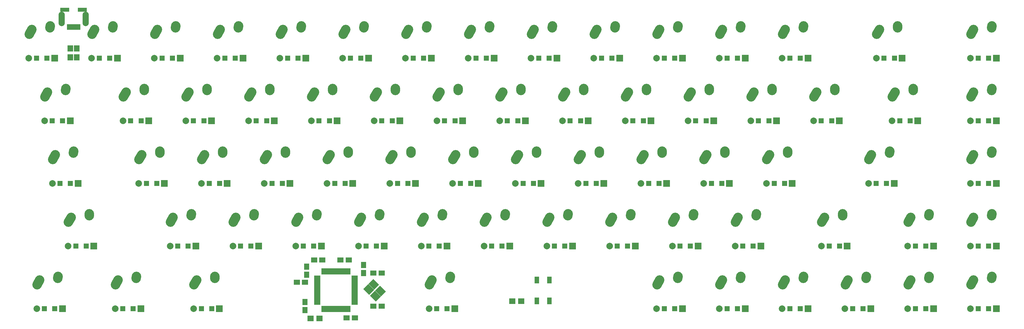
<source format=gbs>
G04 #@! TF.FileFunction,Soldermask,Bot*
%FSLAX46Y46*%
G04 Gerber Fmt 4.6, Leading zero omitted, Abs format (unit mm)*
G04 Created by KiCad (PCBNEW 4.0.7) date 01/28/18 20:53:29*
%MOMM*%
%LPD*%
G01*
G04 APERTURE LIST*
%ADD10C,0.100000*%
%ADD11R,0.950000X1.900000*%
%ADD12R,1.900000X0.950000*%
%ADD13C,2.900000*%
%ADD14R,1.650000X1.900000*%
%ADD15R,1.900000X1.650000*%
%ADD16R,1.600000X1.600000*%
%ADD17R,2.000000X2.000000*%
%ADD18C,2.000000*%
%ADD19R,2.750000X1.200000*%
%ADD20R,0.900000X1.800000*%
%ADD21O,1.900000X4.400000*%
%ADD22R,1.900000X1.700000*%
%ADD23R,1.700000X1.900000*%
%ADD24R,1.400000X2.100000*%
G04 APERTURE END LIST*
D10*
D11*
X173382500Y-112455000D03*
X174182500Y-112455000D03*
X174982500Y-112455000D03*
X175782500Y-112455000D03*
X176582500Y-112455000D03*
X177382500Y-112455000D03*
X178182500Y-112455000D03*
X178982500Y-112455000D03*
X179782500Y-112455000D03*
X180582500Y-112455000D03*
X181382500Y-112455000D03*
D12*
X183082500Y-114155000D03*
X183082500Y-114955000D03*
X183082500Y-115755000D03*
X183082500Y-116555000D03*
X183082500Y-117355000D03*
X183082500Y-118155000D03*
X183082500Y-118955000D03*
X183082500Y-119755000D03*
X183082500Y-120555000D03*
X183082500Y-121355000D03*
X183082500Y-122155000D03*
D11*
X181382500Y-123855000D03*
X180582500Y-123855000D03*
X179782500Y-123855000D03*
X178982500Y-123855000D03*
X178182500Y-123855000D03*
X177382500Y-123855000D03*
X176582500Y-123855000D03*
X175782500Y-123855000D03*
X174982500Y-123855000D03*
X174182500Y-123855000D03*
X173382500Y-123855000D03*
D12*
X171682500Y-122155000D03*
X171682500Y-121355000D03*
X171682500Y-120555000D03*
X171682500Y-119755000D03*
X171682500Y-118955000D03*
X171682500Y-118155000D03*
X171682500Y-117355000D03*
X171682500Y-116555000D03*
X171682500Y-115755000D03*
X171682500Y-114955000D03*
X171682500Y-114155000D03*
D13*
X104156703Y-38862546D02*
X103345797Y-40322454D01*
X109695974Y-37783172D02*
X109656526Y-38361828D01*
D14*
X185750000Y-113000000D03*
X185750000Y-110500000D03*
X168000000Y-124250000D03*
X168000000Y-121750000D03*
D15*
X180625000Y-126625000D03*
X183125000Y-126625000D03*
D14*
X168500000Y-111000000D03*
X168500000Y-113500000D03*
D15*
X173250000Y-109000000D03*
X170750000Y-109000000D03*
X188750000Y-123000000D03*
X191250000Y-123000000D03*
X191250000Y-113000000D03*
X188750000Y-113000000D03*
X178750000Y-109000000D03*
X181250000Y-109000000D03*
X165500000Y-115750000D03*
X168000000Y-115750000D03*
D16*
X86531250Y-47625000D03*
X89681250Y-47625000D03*
D17*
X92006250Y-47625000D03*
D18*
X84206250Y-47625000D03*
D16*
X91293750Y-66675000D03*
X94443750Y-66675000D03*
D17*
X96768750Y-66675000D03*
D18*
X88968750Y-66675000D03*
D16*
X93675000Y-85725000D03*
X96825000Y-85725000D03*
D17*
X99150000Y-85725000D03*
D18*
X91350000Y-85725000D03*
D16*
X98437500Y-104775000D03*
X101587500Y-104775000D03*
D17*
X103912500Y-104775000D03*
D18*
X96112500Y-104775000D03*
D16*
X88912500Y-123825000D03*
X92062500Y-123825000D03*
D17*
X94387500Y-123825000D03*
D18*
X86587500Y-123825000D03*
D16*
X105581250Y-47625000D03*
X108731250Y-47625000D03*
D17*
X111056250Y-47625000D03*
D18*
X103256250Y-47625000D03*
D16*
X115106250Y-66675000D03*
X118256250Y-66675000D03*
D17*
X120581250Y-66675000D03*
D18*
X112781250Y-66675000D03*
D16*
X119868750Y-85725000D03*
X123018750Y-85725000D03*
D17*
X125343750Y-85725000D03*
D18*
X117543750Y-85725000D03*
D16*
X129393750Y-104775000D03*
X132543750Y-104775000D03*
D17*
X134868750Y-104775000D03*
D18*
X127068750Y-104775000D03*
D16*
X112725000Y-123825000D03*
X115875000Y-123825000D03*
D17*
X118200000Y-123825000D03*
D18*
X110400000Y-123825000D03*
D16*
X136537500Y-123825000D03*
X139687500Y-123825000D03*
D17*
X142012500Y-123825000D03*
D18*
X134212500Y-123825000D03*
D16*
X124631250Y-47625000D03*
X127781250Y-47625000D03*
D17*
X130106250Y-47625000D03*
D18*
X122306250Y-47625000D03*
D16*
X134156250Y-66675000D03*
X137306250Y-66675000D03*
D17*
X139631250Y-66675000D03*
D18*
X131831250Y-66675000D03*
D16*
X138918750Y-85725000D03*
X142068750Y-85725000D03*
D17*
X144393750Y-85725000D03*
D18*
X136593750Y-85725000D03*
D16*
X148443750Y-104775000D03*
X151593750Y-104775000D03*
D17*
X153918750Y-104775000D03*
D18*
X146118750Y-104775000D03*
D16*
X143681250Y-47625000D03*
X146831250Y-47625000D03*
D17*
X149156250Y-47625000D03*
D18*
X141356250Y-47625000D03*
D16*
X153206250Y-66675000D03*
X156356250Y-66675000D03*
D17*
X158681250Y-66675000D03*
D18*
X150881250Y-66675000D03*
D16*
X157968750Y-85725000D03*
X161118750Y-85725000D03*
D17*
X163443750Y-85725000D03*
D18*
X155643750Y-85725000D03*
D16*
X167493750Y-104775000D03*
X170643750Y-104775000D03*
D17*
X172968750Y-104775000D03*
D18*
X165168750Y-104775000D03*
D16*
X162731250Y-47625000D03*
X165881250Y-47625000D03*
D17*
X168206250Y-47625000D03*
D18*
X160406250Y-47625000D03*
D16*
X172256250Y-66675000D03*
X175406250Y-66675000D03*
D17*
X177731250Y-66675000D03*
D18*
X169931250Y-66675000D03*
D16*
X177018750Y-85725000D03*
X180168750Y-85725000D03*
D17*
X182493750Y-85725000D03*
D18*
X174693750Y-85725000D03*
D16*
X186543750Y-104775000D03*
X189693750Y-104775000D03*
D17*
X192018750Y-104775000D03*
D18*
X184218750Y-104775000D03*
D16*
X181781250Y-47625000D03*
X184931250Y-47625000D03*
D17*
X187256250Y-47625000D03*
D18*
X179456250Y-47625000D03*
D16*
X191306250Y-66675000D03*
X194456250Y-66675000D03*
D17*
X196781250Y-66675000D03*
D18*
X188981250Y-66675000D03*
D16*
X196068750Y-85725000D03*
X199218750Y-85725000D03*
D17*
X201543750Y-85725000D03*
D18*
X193743750Y-85725000D03*
D16*
X205593750Y-104775000D03*
X208743750Y-104775000D03*
D17*
X211068750Y-104775000D03*
D18*
X203268750Y-104775000D03*
D16*
X200831250Y-47625000D03*
X203981250Y-47625000D03*
D17*
X206306250Y-47625000D03*
D18*
X198506250Y-47625000D03*
D16*
X210356250Y-66675000D03*
X213506250Y-66675000D03*
D17*
X215831250Y-66675000D03*
D18*
X208031250Y-66675000D03*
D16*
X215118750Y-85725000D03*
X218268750Y-85725000D03*
D17*
X220593750Y-85725000D03*
D18*
X212793750Y-85725000D03*
D16*
X224643750Y-104775000D03*
X227793750Y-104775000D03*
D17*
X230118750Y-104775000D03*
D18*
X222318750Y-104775000D03*
D16*
X207975000Y-123825000D03*
X211125000Y-123825000D03*
D17*
X213450000Y-123825000D03*
D18*
X205650000Y-123825000D03*
D16*
X219881250Y-47625000D03*
X223031250Y-47625000D03*
D17*
X225356250Y-47625000D03*
D18*
X217556250Y-47625000D03*
D16*
X229406250Y-66675000D03*
X232556250Y-66675000D03*
D17*
X234881250Y-66675000D03*
D18*
X227081250Y-66675000D03*
D16*
X234168750Y-85725000D03*
X237318750Y-85725000D03*
D17*
X239643750Y-85725000D03*
D18*
X231843750Y-85725000D03*
D16*
X243693750Y-104775000D03*
X246843750Y-104775000D03*
D17*
X249168750Y-104775000D03*
D18*
X241368750Y-104775000D03*
D16*
X238931250Y-47625000D03*
X242081250Y-47625000D03*
D17*
X244406250Y-47625000D03*
D18*
X236606250Y-47625000D03*
D16*
X248456250Y-66675000D03*
X251606250Y-66675000D03*
D17*
X253931250Y-66675000D03*
D18*
X246131250Y-66675000D03*
D16*
X253218750Y-85725000D03*
X256368750Y-85725000D03*
D17*
X258693750Y-85725000D03*
D18*
X250893750Y-85725000D03*
D16*
X262743750Y-104775000D03*
X265893750Y-104775000D03*
D17*
X268218750Y-104775000D03*
D18*
X260418750Y-104775000D03*
D16*
X257981250Y-47625000D03*
X261131250Y-47625000D03*
D17*
X263456250Y-47625000D03*
D18*
X255656250Y-47625000D03*
D16*
X267506250Y-66675000D03*
X270656250Y-66675000D03*
D17*
X272981250Y-66675000D03*
D18*
X265181250Y-66675000D03*
D16*
X272268750Y-85725000D03*
X275418750Y-85725000D03*
D17*
X277743750Y-85725000D03*
D18*
X269943750Y-85725000D03*
D16*
X281793750Y-104775000D03*
X284943750Y-104775000D03*
D17*
X287268750Y-104775000D03*
D18*
X279468750Y-104775000D03*
D16*
X277031250Y-47625000D03*
X280181250Y-47625000D03*
D17*
X282506250Y-47625000D03*
D18*
X274706250Y-47625000D03*
D16*
X286556250Y-66675000D03*
X289706250Y-66675000D03*
D17*
X292031250Y-66675000D03*
D18*
X284231250Y-66675000D03*
D16*
X291318750Y-85725000D03*
X294468750Y-85725000D03*
D17*
X296793750Y-85725000D03*
D18*
X288993750Y-85725000D03*
D16*
X300843750Y-104775000D03*
X303993750Y-104775000D03*
D17*
X306318750Y-104775000D03*
D18*
X298518750Y-104775000D03*
D16*
X277031250Y-123825000D03*
X280181250Y-123825000D03*
D17*
X282506250Y-123825000D03*
D18*
X274706250Y-123825000D03*
D16*
X296081250Y-47625000D03*
X299231250Y-47625000D03*
D17*
X301556250Y-47625000D03*
D18*
X293756250Y-47625000D03*
D16*
X305606250Y-66675000D03*
X308756250Y-66675000D03*
D17*
X311081250Y-66675000D03*
D18*
X303281250Y-66675000D03*
D16*
X310368750Y-85725000D03*
X313518750Y-85725000D03*
D17*
X315843750Y-85725000D03*
D18*
X308043750Y-85725000D03*
D16*
X296081250Y-123825000D03*
X299231250Y-123825000D03*
D17*
X301556250Y-123825000D03*
D18*
X293756250Y-123825000D03*
D16*
X315131250Y-47625000D03*
X318281250Y-47625000D03*
D17*
X320606250Y-47625000D03*
D18*
X312806250Y-47625000D03*
D16*
X324656250Y-66675000D03*
X327806250Y-66675000D03*
D17*
X330131250Y-66675000D03*
D18*
X322331250Y-66675000D03*
D16*
X341325000Y-85725000D03*
X344475000Y-85725000D03*
D17*
X346800000Y-85725000D03*
D18*
X339000000Y-85725000D03*
D16*
X353231250Y-104775000D03*
X356381250Y-104775000D03*
D17*
X358706250Y-104775000D03*
D18*
X350906250Y-104775000D03*
D16*
X315131250Y-123825000D03*
X318281250Y-123825000D03*
D17*
X320606250Y-123825000D03*
D18*
X312806250Y-123825000D03*
D16*
X343706250Y-47625000D03*
X346856250Y-47625000D03*
D17*
X349181250Y-47625000D03*
D18*
X341381250Y-47625000D03*
D16*
X348468750Y-66675000D03*
X351618750Y-66675000D03*
D17*
X353943750Y-66675000D03*
D18*
X346143750Y-66675000D03*
D16*
X372281250Y-85725000D03*
X375431250Y-85725000D03*
D17*
X377756250Y-85725000D03*
D18*
X369956250Y-85725000D03*
D16*
X372281250Y-104775000D03*
X375431250Y-104775000D03*
D17*
X377756250Y-104775000D03*
D18*
X369956250Y-104775000D03*
D16*
X353231250Y-123825000D03*
X356381250Y-123825000D03*
D17*
X358706250Y-123825000D03*
D18*
X350906250Y-123825000D03*
D16*
X372281250Y-47625000D03*
X375431250Y-47625000D03*
D17*
X377756250Y-47625000D03*
D18*
X369956250Y-47625000D03*
D16*
X372281250Y-66675000D03*
X375431250Y-66675000D03*
D17*
X377756250Y-66675000D03*
D18*
X369956250Y-66675000D03*
D16*
X372281250Y-123825000D03*
X375431250Y-123825000D03*
D17*
X377756250Y-123825000D03*
D18*
X369956250Y-123825000D03*
D19*
X100465000Y-32900000D03*
X95115000Y-32900000D03*
D20*
X96190000Y-38100000D03*
X96990000Y-38100000D03*
X97790000Y-38100000D03*
X98590000Y-38100000D03*
X99390000Y-38100000D03*
D21*
X94140000Y-35700000D03*
X101440000Y-35700000D03*
D13*
X85106703Y-38862546D02*
X84295797Y-40322454D01*
X90645974Y-37783172D02*
X90606526Y-38361828D01*
X89869203Y-57912546D02*
X89058297Y-59372454D01*
X95408474Y-56833172D02*
X95369026Y-57411828D01*
X92250453Y-76962546D02*
X91439547Y-78422454D01*
X97789724Y-75883172D02*
X97750276Y-76461828D01*
X97012953Y-96012546D02*
X96202047Y-97472454D01*
X102552224Y-94933172D02*
X102512776Y-95511828D01*
X87487953Y-115062546D02*
X86677047Y-116522454D01*
X93027224Y-113983172D02*
X92987776Y-114561828D01*
X113681703Y-57912546D02*
X112870797Y-59372454D01*
X119220974Y-56833172D02*
X119181526Y-57411828D01*
X118444203Y-76962546D02*
X117633297Y-78422454D01*
X123983474Y-75883172D02*
X123944026Y-76461828D01*
X127969203Y-96012546D02*
X127158297Y-97472454D01*
X133508474Y-94933172D02*
X133469026Y-95511828D01*
X111300453Y-115062546D02*
X110489547Y-116522454D01*
X116839724Y-113983172D02*
X116800276Y-114561828D01*
X135112953Y-115062546D02*
X134302047Y-116522454D01*
X140652224Y-113983172D02*
X140612776Y-114561828D01*
X123206703Y-38862546D02*
X122395797Y-40322454D01*
X128745974Y-37783172D02*
X128706526Y-38361828D01*
X132731703Y-57912546D02*
X131920797Y-59372454D01*
X138270974Y-56833172D02*
X138231526Y-57411828D01*
X137494203Y-76962546D02*
X136683297Y-78422454D01*
X143033474Y-75883172D02*
X142994026Y-76461828D01*
X147019203Y-96012546D02*
X146208297Y-97472454D01*
X152558474Y-94933172D02*
X152519026Y-95511828D01*
X142256703Y-38862546D02*
X141445797Y-40322454D01*
X147795974Y-37783172D02*
X147756526Y-38361828D01*
X151781703Y-57912546D02*
X150970797Y-59372454D01*
X157320974Y-56833172D02*
X157281526Y-57411828D01*
X156544203Y-76962546D02*
X155733297Y-78422454D01*
X162083474Y-75883172D02*
X162044026Y-76461828D01*
X166069203Y-96012546D02*
X165258297Y-97472454D01*
X171608474Y-94933172D02*
X171569026Y-95511828D01*
X161306703Y-38862546D02*
X160495797Y-40322454D01*
X166845974Y-37783172D02*
X166806526Y-38361828D01*
X170831703Y-57912546D02*
X170020797Y-59372454D01*
X176370974Y-56833172D02*
X176331526Y-57411828D01*
X175594203Y-76962546D02*
X174783297Y-78422454D01*
X181133474Y-75883172D02*
X181094026Y-76461828D01*
X185119203Y-96012546D02*
X184308297Y-97472454D01*
X190658474Y-94933172D02*
X190619026Y-95511828D01*
X180356703Y-38862546D02*
X179545797Y-40322454D01*
X185895974Y-37783172D02*
X185856526Y-38361828D01*
X189881703Y-57912546D02*
X189070797Y-59372454D01*
X195420974Y-56833172D02*
X195381526Y-57411828D01*
X194644203Y-76962546D02*
X193833297Y-78422454D01*
X200183474Y-75883172D02*
X200144026Y-76461828D01*
X204169203Y-96012546D02*
X203358297Y-97472454D01*
X209708474Y-94933172D02*
X209669026Y-95511828D01*
X199406703Y-38862546D02*
X198595797Y-40322454D01*
X204945974Y-37783172D02*
X204906526Y-38361828D01*
X208931703Y-57912546D02*
X208120797Y-59372454D01*
X214470974Y-56833172D02*
X214431526Y-57411828D01*
X213694203Y-76962546D02*
X212883297Y-78422454D01*
X219233474Y-75883172D02*
X219194026Y-76461828D01*
X223219203Y-96012546D02*
X222408297Y-97472454D01*
X228758474Y-94933172D02*
X228719026Y-95511828D01*
X206550453Y-115062546D02*
X205739547Y-116522454D01*
X212089724Y-113983172D02*
X212050276Y-114561828D01*
X218456703Y-38862546D02*
X217645797Y-40322454D01*
X223995974Y-37783172D02*
X223956526Y-38361828D01*
X227981703Y-57912546D02*
X227170797Y-59372454D01*
X233520974Y-56833172D02*
X233481526Y-57411828D01*
X232744203Y-76962546D02*
X231933297Y-78422454D01*
X238283474Y-75883172D02*
X238244026Y-76461828D01*
X242269203Y-96012546D02*
X241458297Y-97472454D01*
X247808474Y-94933172D02*
X247769026Y-95511828D01*
X237506703Y-38862546D02*
X236695797Y-40322454D01*
X243045974Y-37783172D02*
X243006526Y-38361828D01*
X247031703Y-57912546D02*
X246220797Y-59372454D01*
X252570974Y-56833172D02*
X252531526Y-57411828D01*
X251794203Y-76962546D02*
X250983297Y-78422454D01*
X257333474Y-75883172D02*
X257294026Y-76461828D01*
X261319203Y-96012546D02*
X260508297Y-97472454D01*
X266858474Y-94933172D02*
X266819026Y-95511828D01*
X256556703Y-38862546D02*
X255745797Y-40322454D01*
X262095974Y-37783172D02*
X262056526Y-38361828D01*
X266081703Y-57912546D02*
X265270797Y-59372454D01*
X271620974Y-56833172D02*
X271581526Y-57411828D01*
X270844203Y-76962546D02*
X270033297Y-78422454D01*
X276383474Y-75883172D02*
X276344026Y-76461828D01*
X280369203Y-96012546D02*
X279558297Y-97472454D01*
X285908474Y-94933172D02*
X285869026Y-95511828D01*
X275606703Y-38862546D02*
X274795797Y-40322454D01*
X281145974Y-37783172D02*
X281106526Y-38361828D01*
X285131703Y-57912546D02*
X284320797Y-59372454D01*
X290670974Y-56833172D02*
X290631526Y-57411828D01*
X289894203Y-76962546D02*
X289083297Y-78422454D01*
X295433474Y-75883172D02*
X295394026Y-76461828D01*
X299419203Y-96012546D02*
X298608297Y-97472454D01*
X304958474Y-94933172D02*
X304919026Y-95511828D01*
X275606703Y-115062546D02*
X274795797Y-116522454D01*
X281145974Y-113983172D02*
X281106526Y-114561828D01*
X294656703Y-38862546D02*
X293845797Y-40322454D01*
X300195974Y-37783172D02*
X300156526Y-38361828D01*
X304181703Y-57912546D02*
X303370797Y-59372454D01*
X309720974Y-56833172D02*
X309681526Y-57411828D01*
X308944203Y-76962546D02*
X308133297Y-78422454D01*
X314483474Y-75883172D02*
X314444026Y-76461828D01*
X294656703Y-115062546D02*
X293845797Y-116522454D01*
X300195974Y-113983172D02*
X300156526Y-114561828D01*
X313706703Y-38862546D02*
X312895797Y-40322454D01*
X319245974Y-37783172D02*
X319206526Y-38361828D01*
X323231703Y-57912546D02*
X322420797Y-59372454D01*
X328770974Y-56833172D02*
X328731526Y-57411828D01*
X339900453Y-76962546D02*
X339089547Y-78422454D01*
X345439724Y-75883172D02*
X345400276Y-76461828D01*
X351806703Y-96012546D02*
X350995797Y-97472454D01*
X357345974Y-94933172D02*
X357306526Y-95511828D01*
X313706703Y-115062546D02*
X312895797Y-116522454D01*
X319245974Y-113983172D02*
X319206526Y-114561828D01*
X342281703Y-38862546D02*
X341470797Y-40322454D01*
X347820974Y-37783172D02*
X347781526Y-38361828D01*
X347044203Y-57912546D02*
X346233297Y-59372454D01*
X352583474Y-56833172D02*
X352544026Y-57411828D01*
X370856703Y-76962546D02*
X370045797Y-78422454D01*
X376395974Y-75883172D02*
X376356526Y-76461828D01*
X370856703Y-96012546D02*
X370045797Y-97472454D01*
X376395974Y-94933172D02*
X376356526Y-95511828D01*
X351806703Y-115062546D02*
X350995797Y-116522454D01*
X357345974Y-113983172D02*
X357306526Y-114561828D01*
X370856703Y-38862546D02*
X370045797Y-40322454D01*
X376395974Y-37783172D02*
X376356526Y-38361828D01*
X370856703Y-57912546D02*
X370045797Y-59372454D01*
X376395974Y-56833172D02*
X376356526Y-57411828D01*
X370856703Y-115062546D02*
X370045797Y-116522454D01*
X376395974Y-113983172D02*
X376356526Y-114561828D01*
D22*
X233600000Y-121500000D03*
X230900000Y-121500000D03*
D23*
X96750000Y-47350000D03*
X96750000Y-44650000D03*
X98750000Y-47350000D03*
X98750000Y-44650000D03*
D22*
X169650000Y-126750000D03*
X172350000Y-126750000D03*
D24*
X242150000Y-121400000D03*
X242150000Y-115100000D03*
X238350000Y-121400000D03*
X238350000Y-115100000D03*
D10*
G36*
X187238490Y-116228134D02*
X188741091Y-114725533D01*
X190508858Y-116493300D01*
X189006257Y-117995901D01*
X187238490Y-116228134D01*
X187238490Y-116228134D01*
G37*
G36*
X189289099Y-118278743D02*
X190791700Y-116776142D01*
X192559467Y-118543909D01*
X191056866Y-120046510D01*
X189289099Y-118278743D01*
X189289099Y-118278743D01*
G37*
G36*
X187751142Y-119816700D02*
X189253743Y-118314099D01*
X191021510Y-120081866D01*
X189518909Y-121584467D01*
X187751142Y-119816700D01*
X187751142Y-119816700D01*
G37*
G36*
X185700533Y-117766091D02*
X187203134Y-116263490D01*
X188970901Y-118031257D01*
X187468300Y-119533858D01*
X185700533Y-117766091D01*
X185700533Y-117766091D01*
G37*
D16*
X334181250Y-123825000D03*
X337331250Y-123825000D03*
D17*
X339656250Y-123825000D03*
D18*
X331856250Y-123825000D03*
D13*
X332756703Y-115062546D02*
X331945797Y-116522454D01*
X338295974Y-113983172D02*
X338256526Y-114561828D01*
D16*
X327037500Y-104775000D03*
X330187500Y-104775000D03*
D17*
X332512500Y-104775000D03*
D18*
X324712500Y-104775000D03*
D13*
X325612953Y-96012546D02*
X324802047Y-97472454D01*
X331152224Y-94933172D02*
X331112776Y-95511828D01*
M02*

</source>
